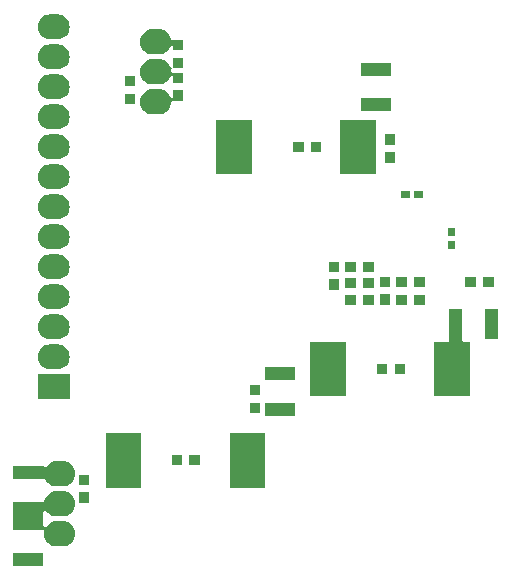
<source format=gbr>
G04 #@! TF.GenerationSoftware,KiCad,Pcbnew,5.0.2-bee76a0~70~ubuntu18.04.1*
G04 #@! TF.CreationDate,2020-07-03T21:26:00+02:00*
G04 #@! TF.ProjectId,lmx2594,6c6d7832-3539-4342-9e6b-696361645f70,rev?*
G04 #@! TF.SameCoordinates,PX463f660PY71d9820*
G04 #@! TF.FileFunction,Soldermask,Bot*
G04 #@! TF.FilePolarity,Negative*
%FSLAX46Y46*%
G04 Gerber Fmt 4.6, Leading zero omitted, Abs format (unit mm)*
G04 Created by KiCad (PCBNEW 5.0.2-bee76a0~70~ubuntu18.04.1) date fre  3 jul 2020 21:26:00*
%MOMM*%
%LPD*%
G01*
G04 APERTURE LIST*
%ADD10C,0.100000*%
G04 APERTURE END LIST*
D10*
G36*
X2698000Y1124000D02*
X96000Y1124000D01*
X96000Y2226000D01*
X2698000Y2226000D01*
X2698000Y1124000D01*
X2698000Y1124000D01*
G37*
G36*
X4433114Y7410824D02*
X4527168Y7401561D01*
X4728299Y7340549D01*
X4742422Y7333000D01*
X4913662Y7241471D01*
X5076133Y7108133D01*
X5209471Y6945662D01*
X5291124Y6792899D01*
X5308549Y6760299D01*
X5369561Y6559168D01*
X5390162Y6350000D01*
X5369561Y6140832D01*
X5308549Y5939701D01*
X5308546Y5939696D01*
X5209471Y5754338D01*
X5076133Y5591867D01*
X4913662Y5458529D01*
X4760899Y5376876D01*
X4728299Y5359451D01*
X4527168Y5298439D01*
X4433114Y5289176D01*
X4370413Y5283000D01*
X3757587Y5283000D01*
X3694886Y5289176D01*
X3600832Y5298439D01*
X3399701Y5359451D01*
X3367101Y5376876D01*
X3214338Y5458529D01*
X3051867Y5591867D01*
X2919626Y5753002D01*
X2902299Y5770329D01*
X2881924Y5783943D01*
X2859285Y5793321D01*
X2835252Y5798101D01*
X2810748Y5798101D01*
X2786714Y5793320D01*
X2764075Y5783943D01*
X2743701Y5770329D01*
X2726374Y5753002D01*
X2712760Y5732627D01*
X2703382Y5709988D01*
X2698000Y5673703D01*
X2698000Y4486297D01*
X2700402Y4461911D01*
X2707515Y4438462D01*
X2719066Y4416851D01*
X2734612Y4397909D01*
X2753554Y4382363D01*
X2775165Y4370812D01*
X2798614Y4363699D01*
X2823000Y4361297D01*
X2847386Y4363699D01*
X2870835Y4370812D01*
X2892446Y4382363D01*
X2919626Y4406998D01*
X3051867Y4568133D01*
X3214338Y4701471D01*
X3367101Y4783124D01*
X3399701Y4800549D01*
X3600832Y4861561D01*
X3694886Y4870824D01*
X3757587Y4877000D01*
X4370413Y4877000D01*
X4433114Y4870824D01*
X4527168Y4861561D01*
X4728299Y4800549D01*
X4760899Y4783124D01*
X4913662Y4701471D01*
X5076133Y4568133D01*
X5209471Y4405662D01*
X5291124Y4252899D01*
X5308549Y4220299D01*
X5369561Y4019168D01*
X5390162Y3810000D01*
X5369561Y3600832D01*
X5308549Y3399701D01*
X5308546Y3399696D01*
X5209471Y3214338D01*
X5076133Y3051867D01*
X4913662Y2918529D01*
X4760899Y2836876D01*
X4728299Y2819451D01*
X4527168Y2758439D01*
X4433114Y2749176D01*
X4370413Y2743000D01*
X3757587Y2743000D01*
X3694886Y2749176D01*
X3600832Y2758439D01*
X3399701Y2819451D01*
X3367101Y2836876D01*
X3214338Y2918529D01*
X3051867Y3051867D01*
X2918529Y3214338D01*
X2819454Y3399696D01*
X2819451Y3399701D01*
X2758439Y3600832D01*
X2737838Y3810000D01*
X2755246Y3986749D01*
X2755246Y4011252D01*
X2750466Y4035286D01*
X2741088Y4057925D01*
X2727474Y4078299D01*
X2710147Y4095626D01*
X2689773Y4109240D01*
X2667134Y4118618D01*
X2643100Y4123398D01*
X2630848Y4124000D01*
X96000Y4124000D01*
X96000Y6544000D01*
X2661132Y6544000D01*
X2685518Y6546402D01*
X2708967Y6553515D01*
X2730578Y6565066D01*
X2749520Y6580612D01*
X2765066Y6599554D01*
X2776617Y6621165D01*
X2780744Y6632698D01*
X2819451Y6760299D01*
X2819454Y6760304D01*
X2918529Y6945662D01*
X3051867Y7108133D01*
X3214338Y7241471D01*
X3385578Y7333000D01*
X3399701Y7340549D01*
X3600832Y7401561D01*
X3694886Y7410824D01*
X3757587Y7417000D01*
X4370413Y7417000D01*
X4433114Y7410824D01*
X4433114Y7410824D01*
G37*
G36*
X6522000Y6431000D02*
X5670000Y6431000D01*
X5670000Y7333000D01*
X6522000Y7333000D01*
X6522000Y6431000D01*
X6522000Y6431000D01*
G37*
G36*
X10983160Y7731560D02*
X7980480Y7731560D01*
X7980480Y12334440D01*
X10983160Y12334440D01*
X10983160Y7731560D01*
X10983160Y7731560D01*
G37*
G36*
X21483520Y7731560D02*
X18480840Y7731560D01*
X18480840Y12334440D01*
X21483520Y12334440D01*
X21483520Y7731560D01*
X21483520Y7731560D01*
G37*
G36*
X4433114Y9950824D02*
X4527168Y9941561D01*
X4728299Y9880549D01*
X4760899Y9863124D01*
X4913662Y9781471D01*
X5076133Y9648133D01*
X5209471Y9485662D01*
X5291124Y9332899D01*
X5308549Y9300299D01*
X5369561Y9099168D01*
X5390162Y8890000D01*
X5369561Y8680832D01*
X5308549Y8479701D01*
X5308546Y8479696D01*
X5209471Y8294338D01*
X5076133Y8131867D01*
X4913662Y7998529D01*
X4760899Y7916876D01*
X4728299Y7899451D01*
X4527168Y7838439D01*
X4433114Y7829176D01*
X4370413Y7823000D01*
X3757587Y7823000D01*
X3694886Y7829176D01*
X3600832Y7838439D01*
X3399701Y7899451D01*
X3367101Y7916876D01*
X3214338Y7998529D01*
X3051867Y8131867D01*
X2918529Y8294338D01*
X2874921Y8375924D01*
X2861308Y8396299D01*
X2843980Y8413626D01*
X2823606Y8427240D01*
X2800967Y8436617D01*
X2776934Y8441398D01*
X2764681Y8442000D01*
X96000Y8442000D01*
X96000Y9544000D01*
X2700196Y9544000D01*
X2700402Y9541911D01*
X2707515Y9518462D01*
X2719066Y9496851D01*
X2734612Y9477909D01*
X2753554Y9462363D01*
X2775165Y9450812D01*
X2798614Y9443699D01*
X2823000Y9441297D01*
X2847386Y9443699D01*
X2870835Y9450812D01*
X2892446Y9462363D01*
X2919626Y9486998D01*
X3051867Y9648133D01*
X3214338Y9781471D01*
X3367101Y9863124D01*
X3399701Y9880549D01*
X3600832Y9941561D01*
X3694886Y9950824D01*
X3757587Y9957000D01*
X4370413Y9957000D01*
X4433114Y9950824D01*
X4433114Y9950824D01*
G37*
G36*
X6522000Y7931000D02*
X5670000Y7931000D01*
X5670000Y8833000D01*
X6522000Y8833000D01*
X6522000Y7931000D01*
X6522000Y7931000D01*
G37*
G36*
X14445000Y9607000D02*
X13543000Y9607000D01*
X13543000Y10459000D01*
X14445000Y10459000D01*
X14445000Y9607000D01*
X14445000Y9607000D01*
G37*
G36*
X15945000Y9607000D02*
X15043000Y9607000D01*
X15043000Y10459000D01*
X15945000Y10459000D01*
X15945000Y9607000D01*
X15945000Y9607000D01*
G37*
G36*
X24034000Y13800000D02*
X21432000Y13800000D01*
X21432000Y14902000D01*
X24034000Y14902000D01*
X24034000Y13800000D01*
X24034000Y13800000D01*
G37*
G36*
X21000000Y14027000D02*
X20148000Y14027000D01*
X20148000Y14929000D01*
X21000000Y14929000D01*
X21000000Y14027000D01*
X21000000Y14027000D01*
G37*
G36*
X4907000Y15205000D02*
X2205000Y15205000D01*
X2205000Y17307000D01*
X4907000Y17307000D01*
X4907000Y15205000D01*
X4907000Y15205000D01*
G37*
G36*
X28298340Y15478560D02*
X25295660Y15478560D01*
X25295660Y20081440D01*
X28298340Y20081440D01*
X28298340Y15478560D01*
X28298340Y15478560D01*
G37*
G36*
X38167000Y20206440D02*
X38169402Y20182054D01*
X38176515Y20158605D01*
X38188066Y20136994D01*
X38203612Y20118052D01*
X38222554Y20102506D01*
X38244165Y20090955D01*
X38267614Y20083842D01*
X38292000Y20081440D01*
X38798700Y20081440D01*
X38798700Y15478560D01*
X35796020Y15478560D01*
X35796020Y20081440D01*
X36940000Y20081440D01*
X36964386Y20083842D01*
X36987835Y20090955D01*
X37009446Y20102506D01*
X37028388Y20118052D01*
X37043934Y20136994D01*
X37055485Y20158605D01*
X37062598Y20182054D01*
X37065000Y20206440D01*
X37065000Y22891000D01*
X38167000Y22891000D01*
X38167000Y20206440D01*
X38167000Y20206440D01*
G37*
G36*
X21000000Y15527000D02*
X20148000Y15527000D01*
X20148000Y16429000D01*
X21000000Y16429000D01*
X21000000Y15527000D01*
X21000000Y15527000D01*
G37*
G36*
X24034000Y16800000D02*
X21432000Y16800000D01*
X21432000Y17902000D01*
X24034000Y17902000D01*
X24034000Y16800000D01*
X24034000Y16800000D01*
G37*
G36*
X31820000Y17354000D02*
X30918000Y17354000D01*
X30918000Y18206000D01*
X31820000Y18206000D01*
X31820000Y17354000D01*
X31820000Y17354000D01*
G37*
G36*
X33320000Y17354000D02*
X32418000Y17354000D01*
X32418000Y18206000D01*
X33320000Y18206000D01*
X33320000Y17354000D01*
X33320000Y17354000D01*
G37*
G36*
X3938510Y19843959D02*
X4062032Y19831793D01*
X4260146Y19771695D01*
X4442729Y19674103D01*
X4602765Y19542765D01*
X4734103Y19382729D01*
X4831695Y19200146D01*
X4891793Y19002032D01*
X4912085Y18796000D01*
X4891793Y18589968D01*
X4831695Y18391854D01*
X4734103Y18209271D01*
X4602765Y18049235D01*
X4442729Y17917897D01*
X4260146Y17820305D01*
X4062032Y17760207D01*
X3938510Y17748041D01*
X3907631Y17745000D01*
X3204369Y17745000D01*
X3173490Y17748041D01*
X3049968Y17760207D01*
X2851854Y17820305D01*
X2669271Y17917897D01*
X2509235Y18049235D01*
X2377897Y18209271D01*
X2280305Y18391854D01*
X2220207Y18589968D01*
X2199915Y18796000D01*
X2220207Y19002032D01*
X2280305Y19200146D01*
X2377897Y19382729D01*
X2509235Y19542765D01*
X2669271Y19674103D01*
X2851854Y19771695D01*
X3049968Y19831793D01*
X3173490Y19843959D01*
X3204369Y19847000D01*
X3907631Y19847000D01*
X3938510Y19843959D01*
X3938510Y19843959D01*
G37*
G36*
X3938510Y22383959D02*
X4062032Y22371793D01*
X4260146Y22311695D01*
X4442729Y22214103D01*
X4602765Y22082765D01*
X4734103Y21922729D01*
X4831695Y21740146D01*
X4891793Y21542032D01*
X4912085Y21336000D01*
X4891793Y21129968D01*
X4831695Y20931854D01*
X4734103Y20749271D01*
X4602765Y20589235D01*
X4442729Y20457897D01*
X4260146Y20360305D01*
X4062032Y20300207D01*
X3948243Y20289000D01*
X3907631Y20285000D01*
X3204369Y20285000D01*
X3163757Y20289000D01*
X3049968Y20300207D01*
X2851854Y20360305D01*
X2669271Y20457897D01*
X2509235Y20589235D01*
X2377897Y20749271D01*
X2280305Y20931854D01*
X2220207Y21129968D01*
X2199915Y21336000D01*
X2220207Y21542032D01*
X2280305Y21740146D01*
X2377897Y21922729D01*
X2509235Y22082765D01*
X2669271Y22214103D01*
X2851854Y22311695D01*
X3049968Y22371793D01*
X3173490Y22383959D01*
X3204369Y22387000D01*
X3907631Y22387000D01*
X3938510Y22383959D01*
X3938510Y22383959D01*
G37*
G36*
X41167000Y20289000D02*
X40065000Y20289000D01*
X40065000Y22891000D01*
X41167000Y22891000D01*
X41167000Y20289000D01*
X41167000Y20289000D01*
G37*
G36*
X3938510Y24923959D02*
X4062032Y24911793D01*
X4260146Y24851695D01*
X4442729Y24754103D01*
X4602765Y24622765D01*
X4734103Y24462729D01*
X4831695Y24280146D01*
X4891793Y24082032D01*
X4912085Y23876000D01*
X4891793Y23669968D01*
X4831695Y23471854D01*
X4734103Y23289271D01*
X4602765Y23129235D01*
X4442729Y22997897D01*
X4260146Y22900305D01*
X4062032Y22840207D01*
X3938510Y22828041D01*
X3907631Y22825000D01*
X3204369Y22825000D01*
X3173490Y22828041D01*
X3049968Y22840207D01*
X2851854Y22900305D01*
X2669271Y22997897D01*
X2509235Y23129235D01*
X2377897Y23289271D01*
X2280305Y23471854D01*
X2220207Y23669968D01*
X2199915Y23876000D01*
X2220207Y24082032D01*
X2280305Y24280146D01*
X2377897Y24462729D01*
X2509235Y24622765D01*
X2669271Y24754103D01*
X2851854Y24851695D01*
X3049968Y24911793D01*
X3173490Y24923959D01*
X3204369Y24927000D01*
X3907631Y24927000D01*
X3938510Y24923959D01*
X3938510Y24923959D01*
G37*
G36*
X32049000Y23183000D02*
X31197000Y23183000D01*
X31197000Y24085000D01*
X32049000Y24085000D01*
X32049000Y23183000D01*
X32049000Y23183000D01*
G37*
G36*
X34983000Y23196000D02*
X34081000Y23196000D01*
X34081000Y24048000D01*
X34983000Y24048000D01*
X34983000Y23196000D01*
X34983000Y23196000D01*
G37*
G36*
X33483000Y23196000D02*
X32581000Y23196000D01*
X32581000Y24048000D01*
X33483000Y24048000D01*
X33483000Y23196000D01*
X33483000Y23196000D01*
G37*
G36*
X29165000Y23196000D02*
X28263000Y23196000D01*
X28263000Y24048000D01*
X29165000Y24048000D01*
X29165000Y23196000D01*
X29165000Y23196000D01*
G37*
G36*
X30665000Y23196000D02*
X29763000Y23196000D01*
X29763000Y24048000D01*
X30665000Y24048000D01*
X30665000Y23196000D01*
X30665000Y23196000D01*
G37*
G36*
X27731000Y24453000D02*
X26879000Y24453000D01*
X26879000Y25355000D01*
X27731000Y25355000D01*
X27731000Y24453000D01*
X27731000Y24453000D01*
G37*
G36*
X29153000Y24593000D02*
X28251000Y24593000D01*
X28251000Y25445000D01*
X29153000Y25445000D01*
X29153000Y24593000D01*
X29153000Y24593000D01*
G37*
G36*
X30653000Y24593000D02*
X29751000Y24593000D01*
X29751000Y25445000D01*
X30653000Y25445000D01*
X30653000Y24593000D01*
X30653000Y24593000D01*
G37*
G36*
X32049000Y24683000D02*
X31197000Y24683000D01*
X31197000Y25585000D01*
X32049000Y25585000D01*
X32049000Y24683000D01*
X32049000Y24683000D01*
G37*
G36*
X33483000Y24720000D02*
X32581000Y24720000D01*
X32581000Y25572000D01*
X33483000Y25572000D01*
X33483000Y24720000D01*
X33483000Y24720000D01*
G37*
G36*
X40825000Y24720000D02*
X39923000Y24720000D01*
X39923000Y25572000D01*
X40825000Y25572000D01*
X40825000Y24720000D01*
X40825000Y24720000D01*
G37*
G36*
X39325000Y24720000D02*
X38423000Y24720000D01*
X38423000Y25572000D01*
X39325000Y25572000D01*
X39325000Y24720000D01*
X39325000Y24720000D01*
G37*
G36*
X34983000Y24720000D02*
X34081000Y24720000D01*
X34081000Y25572000D01*
X34983000Y25572000D01*
X34983000Y24720000D01*
X34983000Y24720000D01*
G37*
G36*
X3938510Y27463959D02*
X4062032Y27451793D01*
X4260146Y27391695D01*
X4442729Y27294103D01*
X4602765Y27162765D01*
X4734103Y27002729D01*
X4831695Y26820146D01*
X4891793Y26622032D01*
X4912085Y26416000D01*
X4891793Y26209968D01*
X4831695Y26011854D01*
X4734103Y25829271D01*
X4602765Y25669235D01*
X4442729Y25537897D01*
X4260146Y25440305D01*
X4062032Y25380207D01*
X3938510Y25368041D01*
X3907631Y25365000D01*
X3204369Y25365000D01*
X3173490Y25368041D01*
X3049968Y25380207D01*
X2851854Y25440305D01*
X2669271Y25537897D01*
X2509235Y25669235D01*
X2377897Y25829271D01*
X2280305Y26011854D01*
X2220207Y26209968D01*
X2199915Y26416000D01*
X2220207Y26622032D01*
X2280305Y26820146D01*
X2377897Y27002729D01*
X2509235Y27162765D01*
X2669271Y27294103D01*
X2851854Y27391695D01*
X3049968Y27451793D01*
X3173490Y27463959D01*
X3204369Y27467000D01*
X3907631Y27467000D01*
X3938510Y27463959D01*
X3938510Y27463959D01*
G37*
G36*
X27731000Y25953000D02*
X26879000Y25953000D01*
X26879000Y26855000D01*
X27731000Y26855000D01*
X27731000Y25953000D01*
X27731000Y25953000D01*
G37*
G36*
X29165000Y25990000D02*
X28263000Y25990000D01*
X28263000Y26842000D01*
X29165000Y26842000D01*
X29165000Y25990000D01*
X29165000Y25990000D01*
G37*
G36*
X30665000Y25990000D02*
X29763000Y25990000D01*
X29763000Y26842000D01*
X30665000Y26842000D01*
X30665000Y25990000D01*
X30665000Y25990000D01*
G37*
G36*
X3938510Y30003959D02*
X4062032Y29991793D01*
X4260146Y29931695D01*
X4442729Y29834103D01*
X4602765Y29702765D01*
X4734103Y29542729D01*
X4831695Y29360146D01*
X4891793Y29162032D01*
X4912085Y28956000D01*
X4891793Y28749968D01*
X4831695Y28551854D01*
X4734103Y28369271D01*
X4602765Y28209235D01*
X4442729Y28077897D01*
X4260146Y27980305D01*
X4062032Y27920207D01*
X3938510Y27908041D01*
X3907631Y27905000D01*
X3204369Y27905000D01*
X3173490Y27908041D01*
X3049968Y27920207D01*
X2851854Y27980305D01*
X2669271Y28077897D01*
X2509235Y28209235D01*
X2377897Y28369271D01*
X2280305Y28551854D01*
X2220207Y28749968D01*
X2199915Y28956000D01*
X2220207Y29162032D01*
X2280305Y29360146D01*
X2377897Y29542729D01*
X2509235Y29702765D01*
X2669271Y29834103D01*
X2851854Y29931695D01*
X3049968Y29991793D01*
X3173490Y30003959D01*
X3204369Y30007000D01*
X3907631Y30007000D01*
X3938510Y30003959D01*
X3938510Y30003959D01*
G37*
G36*
X37512000Y27928000D02*
X36910000Y27928000D01*
X36910000Y28630000D01*
X37512000Y28630000D01*
X37512000Y27928000D01*
X37512000Y27928000D01*
G37*
G36*
X37512000Y29028000D02*
X36910000Y29028000D01*
X36910000Y29730000D01*
X37512000Y29730000D01*
X37512000Y29028000D01*
X37512000Y29028000D01*
G37*
G36*
X3938510Y32543959D02*
X4062032Y32531793D01*
X4260146Y32471695D01*
X4442729Y32374103D01*
X4602765Y32242765D01*
X4734103Y32082729D01*
X4831695Y31900146D01*
X4891793Y31702032D01*
X4912085Y31496000D01*
X4891793Y31289968D01*
X4831695Y31091854D01*
X4734103Y30909271D01*
X4602765Y30749235D01*
X4442729Y30617897D01*
X4260146Y30520305D01*
X4062032Y30460207D01*
X3938510Y30448041D01*
X3907631Y30445000D01*
X3204369Y30445000D01*
X3173490Y30448041D01*
X3049968Y30460207D01*
X2851854Y30520305D01*
X2669271Y30617897D01*
X2509235Y30749235D01*
X2377897Y30909271D01*
X2280305Y31091854D01*
X2220207Y31289968D01*
X2199915Y31496000D01*
X2220207Y31702032D01*
X2280305Y31900146D01*
X2377897Y32082729D01*
X2509235Y32242765D01*
X2669271Y32374103D01*
X2851854Y32471695D01*
X3049968Y32531793D01*
X3173490Y32543959D01*
X3204369Y32547000D01*
X3907631Y32547000D01*
X3938510Y32543959D01*
X3938510Y32543959D01*
G37*
G36*
X34810000Y32211000D02*
X34108000Y32211000D01*
X34108000Y32813000D01*
X34810000Y32813000D01*
X34810000Y32211000D01*
X34810000Y32211000D01*
G37*
G36*
X33710000Y32211000D02*
X33008000Y32211000D01*
X33008000Y32813000D01*
X33710000Y32813000D01*
X33710000Y32211000D01*
X33710000Y32211000D01*
G37*
G36*
X3938510Y35083959D02*
X4062032Y35071793D01*
X4260146Y35011695D01*
X4442729Y34914103D01*
X4602765Y34782765D01*
X4734103Y34622729D01*
X4831695Y34440146D01*
X4891793Y34242032D01*
X4912085Y34036000D01*
X4891793Y33829968D01*
X4831695Y33631854D01*
X4734103Y33449271D01*
X4602765Y33289235D01*
X4442729Y33157897D01*
X4260146Y33060305D01*
X4062032Y33000207D01*
X3938510Y32988041D01*
X3907631Y32985000D01*
X3204369Y32985000D01*
X3173490Y32988041D01*
X3049968Y33000207D01*
X2851854Y33060305D01*
X2669271Y33157897D01*
X2509235Y33289235D01*
X2377897Y33449271D01*
X2280305Y33631854D01*
X2220207Y33829968D01*
X2199915Y34036000D01*
X2220207Y34242032D01*
X2280305Y34440146D01*
X2377897Y34622729D01*
X2509235Y34782765D01*
X2669271Y34914103D01*
X2851854Y35011695D01*
X3049968Y35071793D01*
X3173490Y35083959D01*
X3204369Y35087000D01*
X3907631Y35087000D01*
X3938510Y35083959D01*
X3938510Y35083959D01*
G37*
G36*
X20337980Y34274560D02*
X17335300Y34274560D01*
X17335300Y38877440D01*
X20337980Y38877440D01*
X20337980Y34274560D01*
X20337980Y34274560D01*
G37*
G36*
X30838340Y34274560D02*
X27835660Y34274560D01*
X27835660Y38877440D01*
X30838340Y38877440D01*
X30838340Y34274560D01*
X30838340Y34274560D01*
G37*
G36*
X32430000Y35248000D02*
X31578000Y35248000D01*
X31578000Y36150000D01*
X32430000Y36150000D01*
X32430000Y35248000D01*
X32430000Y35248000D01*
G37*
G36*
X3938510Y37623959D02*
X4062032Y37611793D01*
X4260146Y37551695D01*
X4442729Y37454103D01*
X4602765Y37322765D01*
X4734103Y37162729D01*
X4831695Y36980146D01*
X4891793Y36782032D01*
X4912085Y36576000D01*
X4891793Y36369968D01*
X4831695Y36171854D01*
X4734103Y35989271D01*
X4602765Y35829235D01*
X4442729Y35697897D01*
X4260146Y35600305D01*
X4062032Y35540207D01*
X3938510Y35528041D01*
X3907631Y35525000D01*
X3204369Y35525000D01*
X3173490Y35528041D01*
X3049968Y35540207D01*
X2851854Y35600305D01*
X2669271Y35697897D01*
X2509235Y35829235D01*
X2377897Y35989271D01*
X2280305Y36171854D01*
X2220207Y36369968D01*
X2199915Y36576000D01*
X2220207Y36782032D01*
X2280305Y36980146D01*
X2377897Y37162729D01*
X2509235Y37322765D01*
X2669271Y37454103D01*
X2851854Y37551695D01*
X3049968Y37611793D01*
X3173490Y37623959D01*
X3204369Y37627000D01*
X3907631Y37627000D01*
X3938510Y37623959D01*
X3938510Y37623959D01*
G37*
G36*
X26220000Y36150000D02*
X25318000Y36150000D01*
X25318000Y37002000D01*
X26220000Y37002000D01*
X26220000Y36150000D01*
X26220000Y36150000D01*
G37*
G36*
X24720000Y36150000D02*
X23818000Y36150000D01*
X23818000Y37002000D01*
X24720000Y37002000D01*
X24720000Y36150000D01*
X24720000Y36150000D01*
G37*
G36*
X32430000Y36748000D02*
X31578000Y36748000D01*
X31578000Y37650000D01*
X32430000Y37650000D01*
X32430000Y36748000D01*
X32430000Y36748000D01*
G37*
G36*
X3938510Y40163959D02*
X4062032Y40151793D01*
X4260146Y40091695D01*
X4442729Y39994103D01*
X4602765Y39862765D01*
X4734103Y39702729D01*
X4831695Y39520146D01*
X4891793Y39322032D01*
X4912085Y39116000D01*
X4891793Y38909968D01*
X4831695Y38711854D01*
X4734103Y38529271D01*
X4602765Y38369235D01*
X4442729Y38237897D01*
X4260146Y38140305D01*
X4062032Y38080207D01*
X3938510Y38068041D01*
X3907631Y38065000D01*
X3204369Y38065000D01*
X3173490Y38068041D01*
X3049968Y38080207D01*
X2851854Y38140305D01*
X2669271Y38237897D01*
X2509235Y38369235D01*
X2377897Y38529271D01*
X2280305Y38711854D01*
X2220207Y38909968D01*
X2199915Y39116000D01*
X2220207Y39322032D01*
X2280305Y39520146D01*
X2377897Y39702729D01*
X2509235Y39862765D01*
X2669271Y39994103D01*
X2851854Y40091695D01*
X3049968Y40151793D01*
X3173490Y40163959D01*
X3204369Y40167000D01*
X3907631Y40167000D01*
X3938510Y40163959D01*
X3938510Y40163959D01*
G37*
G36*
X12561114Y41446824D02*
X12655168Y41437561D01*
X12856299Y41376549D01*
X12888899Y41359124D01*
X13041662Y41277471D01*
X13204133Y41144133D01*
X13337471Y40981662D01*
X13435760Y40797775D01*
X13449374Y40777400D01*
X13466701Y40760073D01*
X13487075Y40746459D01*
X13509714Y40737082D01*
X13533748Y40732301D01*
X13558252Y40732301D01*
X13582285Y40737081D01*
X13604924Y40746459D01*
X13625299Y40760073D01*
X13642626Y40777400D01*
X13656240Y40797774D01*
X13665617Y40820413D01*
X13670398Y40844447D01*
X13671000Y40856699D01*
X13671000Y41357000D01*
X14523000Y41357000D01*
X14523000Y40455000D01*
X13638251Y40455000D01*
X13613865Y40452598D01*
X13590416Y40445485D01*
X13568805Y40433934D01*
X13549863Y40418388D01*
X13534317Y40399446D01*
X13522766Y40377835D01*
X13515653Y40354386D01*
X13513854Y40342257D01*
X13497561Y40176832D01*
X13436549Y39975701D01*
X13436546Y39975696D01*
X13337471Y39790338D01*
X13204133Y39627867D01*
X13041662Y39494529D01*
X12888899Y39412876D01*
X12856299Y39395451D01*
X12655168Y39334439D01*
X12561114Y39325176D01*
X12498413Y39319000D01*
X11885587Y39319000D01*
X11822886Y39325176D01*
X11728832Y39334439D01*
X11527701Y39395451D01*
X11495101Y39412876D01*
X11342338Y39494529D01*
X11179867Y39627867D01*
X11046529Y39790338D01*
X10947454Y39975696D01*
X10947451Y39975701D01*
X10886439Y40176832D01*
X10865838Y40386000D01*
X10886439Y40595168D01*
X10947451Y40796299D01*
X10979736Y40856699D01*
X11046529Y40981662D01*
X11179867Y41144133D01*
X11342338Y41277471D01*
X11495101Y41359124D01*
X11527701Y41376549D01*
X11728832Y41437561D01*
X11822886Y41446824D01*
X11885587Y41453000D01*
X12498413Y41453000D01*
X12561114Y41446824D01*
X12561114Y41446824D01*
G37*
G36*
X32162000Y39605000D02*
X29560000Y39605000D01*
X29560000Y40707000D01*
X32162000Y40707000D01*
X32162000Y39605000D01*
X32162000Y39605000D01*
G37*
G36*
X10459000Y40189000D02*
X9607000Y40189000D01*
X9607000Y41091000D01*
X10459000Y41091000D01*
X10459000Y40189000D01*
X10459000Y40189000D01*
G37*
G36*
X3938510Y42703959D02*
X4062032Y42691793D01*
X4260146Y42631695D01*
X4442729Y42534103D01*
X4602765Y42402765D01*
X4734103Y42242729D01*
X4831695Y42060146D01*
X4891793Y41862032D01*
X4912085Y41656000D01*
X4891793Y41449968D01*
X4831695Y41251854D01*
X4734103Y41069271D01*
X4602765Y40909235D01*
X4442729Y40777897D01*
X4260146Y40680305D01*
X4062032Y40620207D01*
X3938510Y40608041D01*
X3907631Y40605000D01*
X3204369Y40605000D01*
X3173490Y40608041D01*
X3049968Y40620207D01*
X2851854Y40680305D01*
X2669271Y40777897D01*
X2509235Y40909235D01*
X2377897Y41069271D01*
X2280305Y41251854D01*
X2220207Y41449968D01*
X2199915Y41656000D01*
X2220207Y41862032D01*
X2280305Y42060146D01*
X2377897Y42242729D01*
X2509235Y42402765D01*
X2669271Y42534103D01*
X2851854Y42631695D01*
X3049968Y42691793D01*
X3173490Y42703959D01*
X3204369Y42707000D01*
X3907631Y42707000D01*
X3938510Y42703959D01*
X3938510Y42703959D01*
G37*
G36*
X10459000Y41689000D02*
X9607000Y41689000D01*
X9607000Y42591000D01*
X10459000Y42591000D01*
X10459000Y41689000D01*
X10459000Y41689000D01*
G37*
G36*
X14523000Y43237000D02*
X13625447Y43237000D01*
X13601061Y43234598D01*
X13577612Y43227485D01*
X13556001Y43215934D01*
X13537059Y43200388D01*
X13521513Y43181446D01*
X13509962Y43159835D01*
X13502849Y43136386D01*
X13500447Y43112000D01*
X13501048Y43099759D01*
X13513853Y42969748D01*
X13518633Y42945714D01*
X13528011Y42923075D01*
X13541625Y42902701D01*
X13558952Y42885374D01*
X13579327Y42871760D01*
X13601966Y42862382D01*
X13638251Y42857000D01*
X14523000Y42857000D01*
X14523000Y41955000D01*
X13671000Y41955000D01*
X13671000Y42455301D01*
X13668598Y42479687D01*
X13661485Y42503136D01*
X13649934Y42524747D01*
X13634388Y42543689D01*
X13615446Y42559235D01*
X13593835Y42570786D01*
X13570386Y42577899D01*
X13546000Y42580301D01*
X13521614Y42577899D01*
X13498165Y42570786D01*
X13476554Y42559235D01*
X13457612Y42543689D01*
X13442066Y42524747D01*
X13435760Y42514225D01*
X13337471Y42330338D01*
X13204133Y42167867D01*
X13041662Y42034529D01*
X12892872Y41955000D01*
X12856299Y41935451D01*
X12655168Y41874439D01*
X12561114Y41865176D01*
X12498413Y41859000D01*
X11885587Y41859000D01*
X11822886Y41865176D01*
X11728832Y41874439D01*
X11527701Y41935451D01*
X11491128Y41955000D01*
X11342338Y42034529D01*
X11179867Y42167867D01*
X11046529Y42330338D01*
X10947454Y42515696D01*
X10947451Y42515701D01*
X10886439Y42716832D01*
X10865838Y42926000D01*
X10886439Y43135168D01*
X10947451Y43336299D01*
X10979736Y43396699D01*
X11046529Y43521662D01*
X11179867Y43684133D01*
X11342338Y43817471D01*
X11495101Y43899124D01*
X11527701Y43916549D01*
X11728832Y43977561D01*
X11822886Y43986824D01*
X11885587Y43993000D01*
X12498413Y43993000D01*
X12561114Y43986824D01*
X12655168Y43977561D01*
X12856299Y43916549D01*
X12888899Y43899124D01*
X13041662Y43817471D01*
X13204133Y43684133D01*
X13337471Y43521662D01*
X13435760Y43337775D01*
X13449374Y43317400D01*
X13466701Y43300073D01*
X13487075Y43286459D01*
X13509714Y43277082D01*
X13533748Y43272301D01*
X13558252Y43272301D01*
X13582285Y43277081D01*
X13604924Y43286459D01*
X13625299Y43300073D01*
X13642626Y43317400D01*
X13656240Y43337774D01*
X13665617Y43360413D01*
X13670398Y43384447D01*
X13671000Y43396699D01*
X13671000Y44139000D01*
X14523000Y44139000D01*
X14523000Y43237000D01*
X14523000Y43237000D01*
G37*
G36*
X32162000Y42605000D02*
X29560000Y42605000D01*
X29560000Y43707000D01*
X32162000Y43707000D01*
X32162000Y42605000D01*
X32162000Y42605000D01*
G37*
G36*
X3938510Y45243959D02*
X4062032Y45231793D01*
X4260146Y45171695D01*
X4442729Y45074103D01*
X4602765Y44942765D01*
X4734103Y44782729D01*
X4831695Y44600146D01*
X4891793Y44402032D01*
X4912085Y44196000D01*
X4891793Y43989968D01*
X4831695Y43791854D01*
X4734103Y43609271D01*
X4602765Y43449235D01*
X4442729Y43317897D01*
X4260146Y43220305D01*
X4062032Y43160207D01*
X3938510Y43148041D01*
X3907631Y43145000D01*
X3204369Y43145000D01*
X3173490Y43148041D01*
X3049968Y43160207D01*
X2851854Y43220305D01*
X2669271Y43317897D01*
X2509235Y43449235D01*
X2377897Y43609271D01*
X2280305Y43791854D01*
X2220207Y43989968D01*
X2199915Y44196000D01*
X2220207Y44402032D01*
X2280305Y44600146D01*
X2377897Y44782729D01*
X2509235Y44942765D01*
X2669271Y45074103D01*
X2851854Y45171695D01*
X3049968Y45231793D01*
X3173490Y45243959D01*
X3204369Y45247000D01*
X3907631Y45247000D01*
X3938510Y45243959D01*
X3938510Y45243959D01*
G37*
G36*
X12561114Y46526824D02*
X12655168Y46517561D01*
X12856299Y46456549D01*
X12888899Y46439124D01*
X13041662Y46357471D01*
X13204133Y46224133D01*
X13337471Y46061662D01*
X13436549Y45876299D01*
X13481622Y45727714D01*
X13490999Y45705075D01*
X13504613Y45684701D01*
X13521940Y45667373D01*
X13542315Y45653760D01*
X13564954Y45644382D01*
X13601239Y45639000D01*
X14523000Y45639000D01*
X14523000Y44737000D01*
X13671000Y44737000D01*
X13671000Y44995301D01*
X13668598Y45019687D01*
X13661485Y45043136D01*
X13649934Y45064747D01*
X13634388Y45083689D01*
X13615446Y45099235D01*
X13593835Y45110786D01*
X13570386Y45117899D01*
X13546000Y45120301D01*
X13521614Y45117899D01*
X13498165Y45110786D01*
X13476554Y45099235D01*
X13457612Y45083689D01*
X13442066Y45064747D01*
X13435760Y45054225D01*
X13337471Y44870338D01*
X13204133Y44707867D01*
X13041662Y44574529D01*
X12888899Y44492876D01*
X12856299Y44475451D01*
X12655168Y44414439D01*
X12561114Y44405176D01*
X12498413Y44399000D01*
X11885587Y44399000D01*
X11822886Y44405176D01*
X11728832Y44414439D01*
X11527701Y44475451D01*
X11495101Y44492876D01*
X11342338Y44574529D01*
X11179867Y44707867D01*
X11046529Y44870338D01*
X10947454Y45055696D01*
X10947451Y45055701D01*
X10886439Y45256832D01*
X10865838Y45466000D01*
X10886439Y45675168D01*
X10947451Y45876299D01*
X10964876Y45908899D01*
X11046529Y46061662D01*
X11179867Y46224133D01*
X11342338Y46357471D01*
X11495101Y46439124D01*
X11527701Y46456549D01*
X11728832Y46517561D01*
X11822886Y46526824D01*
X11885587Y46533000D01*
X12498413Y46533000D01*
X12561114Y46526824D01*
X12561114Y46526824D01*
G37*
G36*
X3938510Y47783959D02*
X4062032Y47771793D01*
X4260146Y47711695D01*
X4442729Y47614103D01*
X4602765Y47482765D01*
X4734103Y47322729D01*
X4831695Y47140146D01*
X4891793Y46942032D01*
X4912085Y46736000D01*
X4891793Y46529968D01*
X4831695Y46331854D01*
X4734103Y46149271D01*
X4602765Y45989235D01*
X4442729Y45857897D01*
X4260146Y45760305D01*
X4062032Y45700207D01*
X3938510Y45688041D01*
X3907631Y45685000D01*
X3204369Y45685000D01*
X3173490Y45688041D01*
X3049968Y45700207D01*
X2851854Y45760305D01*
X2669271Y45857897D01*
X2509235Y45989235D01*
X2377897Y46149271D01*
X2280305Y46331854D01*
X2220207Y46529968D01*
X2199915Y46736000D01*
X2220207Y46942032D01*
X2280305Y47140146D01*
X2377897Y47322729D01*
X2509235Y47482765D01*
X2669271Y47614103D01*
X2851854Y47711695D01*
X3049968Y47771793D01*
X3173490Y47783959D01*
X3204369Y47787000D01*
X3907631Y47787000D01*
X3938510Y47783959D01*
X3938510Y47783959D01*
G37*
M02*

</source>
